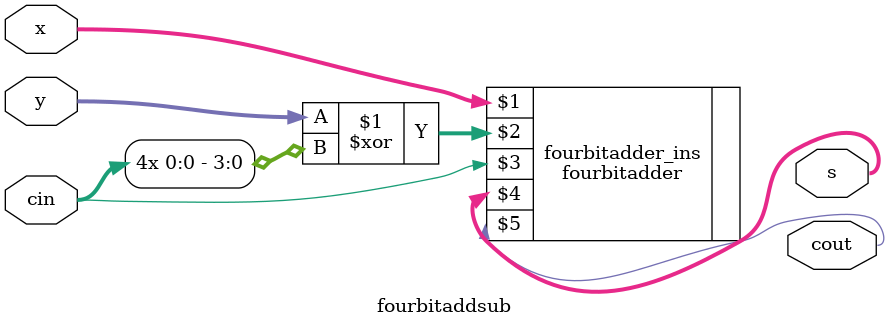
<source format=v>
`include "fourbitadder.v"

module fourbitaddsub(x,y,cin,s,cout);

input [3:0]x,y;
input cin;
output [3:0]s;
output cout;

fourbitadder fourbitadder_ins(x,y^{4{cin}},cin,s,cout);

endmodule
</source>
